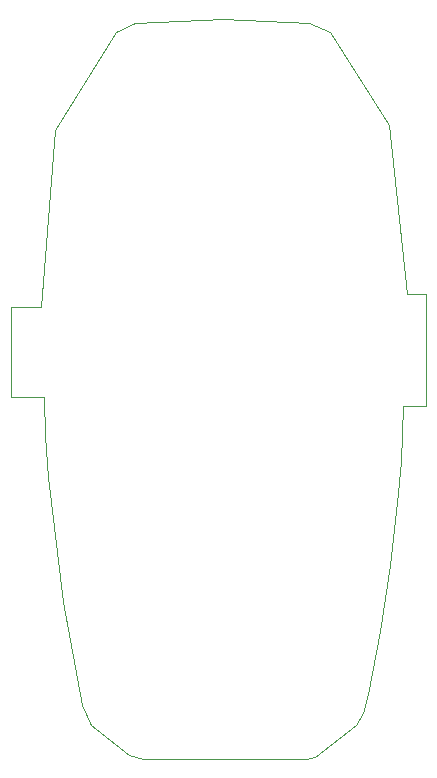
<source format=gbr>
%TF.GenerationSoftware,KiCad,Pcbnew,(7.0.0)*%
%TF.CreationDate,2023-06-26T15:04:23+05:30*%
%TF.ProjectId,EMO SN65 OBD,454d4f20-534e-4363-9520-4f42442e6b69,1*%
%TF.SameCoordinates,Original*%
%TF.FileFunction,Profile,NP*%
%FSLAX46Y46*%
G04 Gerber Fmt 4.6, Leading zero omitted, Abs format (unit mm)*
G04 Created by KiCad (PCBNEW (7.0.0)) date 2023-06-26 15:04:23*
%MOMM*%
%LPD*%
G01*
G04 APERTURE LIST*
%TA.AperFunction,Profile*%
%ADD10C,0.100000*%
%TD*%
G04 APERTURE END LIST*
D10*
X99575000Y-70405000D02*
X98315000Y-59845000D01*
X127275000Y-67245000D02*
X126405000Y-72885000D01*
X113155000Y-21015000D02*
X120425000Y-21345000D01*
X95177500Y-45452500D02*
X97702500Y-45467500D01*
X124405000Y-80835000D02*
X120905000Y-83535000D01*
X126405000Y-72885000D02*
X125395000Y-78155000D01*
X105135000Y-83395000D02*
X101945000Y-80795000D01*
X120905000Y-83535000D02*
X120115000Y-83685000D01*
X95177500Y-45452500D02*
X95180000Y-53062500D01*
X101945000Y-80795000D02*
X101185000Y-79165000D01*
X104065000Y-22155000D02*
X105665000Y-21385000D01*
X128195000Y-58465000D02*
X128355000Y-53832500D01*
X106335000Y-83685000D02*
X105135000Y-83395000D01*
X120425000Y-21345000D02*
X122185000Y-22175000D01*
X128355000Y-53832500D02*
X130300000Y-53827500D01*
X105665000Y-21385000D02*
X113155000Y-21015000D01*
X128195000Y-58465000D02*
X127975000Y-61175000D01*
X98935000Y-30435000D02*
X104065000Y-22155000D01*
X98935000Y-30435000D02*
X97702500Y-45467500D01*
X101185000Y-79165000D02*
X99575000Y-70405000D01*
X98315000Y-59845000D02*
X98075000Y-56345000D01*
X127975000Y-61175000D02*
X127275000Y-67245000D01*
X127155000Y-30005000D02*
X122185000Y-22175000D01*
X130290000Y-44300000D02*
X128665000Y-44300000D01*
X130290000Y-44300000D02*
X130300000Y-53827500D01*
X120115000Y-83685000D02*
X106335000Y-83685000D01*
X95180000Y-53062500D02*
X97965000Y-53077500D01*
X125395000Y-78155000D02*
X125015000Y-79825000D01*
X127155000Y-30005000D02*
X128665000Y-44300000D01*
X98075000Y-56345000D02*
X97965000Y-53077500D01*
X125015000Y-79825000D02*
X124405000Y-80835000D01*
M02*

</source>
